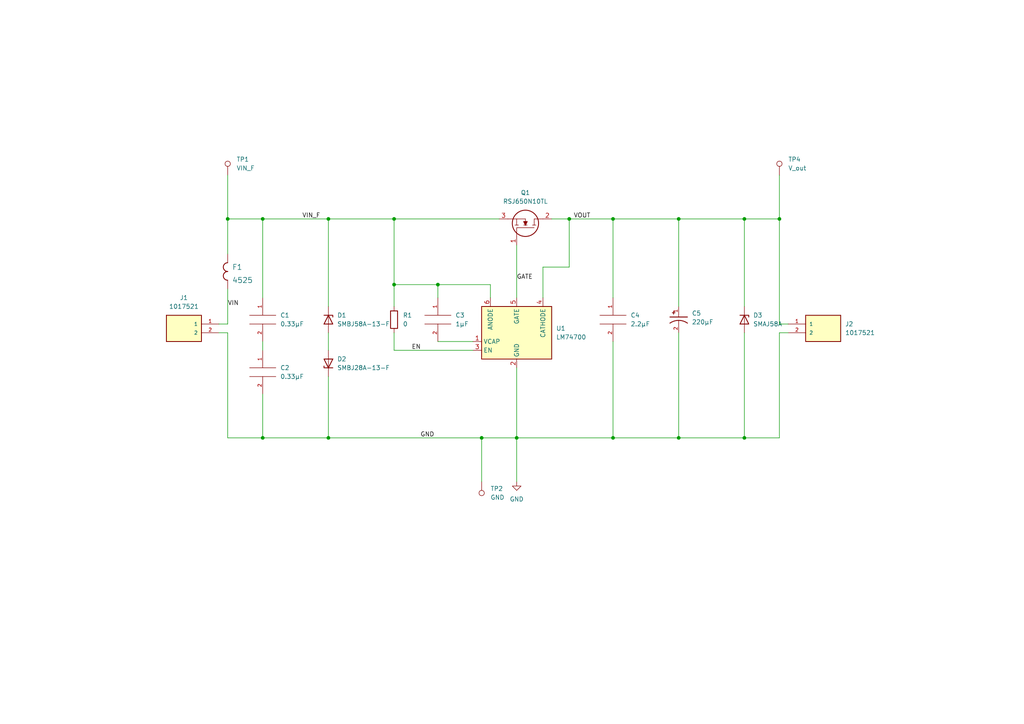
<source format=kicad_sch>
(kicad_sch (version 20211123) (generator eeschema)
  (paper "A4")
  (lib_symbols
    (symbol "1017521:1017521" (pin_names (offset 1.016))
      (property "Reference" "J" (at -5.08 3.81 0))
      (property "Value" "1017521" (at -5.08 -7.62 0))
      (symbol "1017521_0_0"
        (rectangle (start -5.08 -5.08) (end 5.08 2.54) (stroke (width 0.254)) (fill (type background)))
        (pin passive line (at -10.16 0 0) (length 5.08) (name "1") (number "1"))
        (pin passive line (at -10.16 -2.54 0) (length 5.08) (name "2") (number "2"))
      )
    )
    (symbol "4525:4525" (pin_numbers hide) (pin_names hide)
      (property "Reference" "F" (at 5.08 3.175 0))
      (property "Value" "4525" (at 5.08 -6.35 0))
      (symbol "4525_1_1"
        (arc (start 2.54 0) (mid 3.81 -1.27) (end 5.08 0) (stroke (width 0.254)))
        (arc (start 5.08 0) (mid 6.35 -1.27) (end 7.62 0) (stroke (width 0.254)))
        (pin unspecified line (at 0 0 0) (length 2.54) (name "1") (number "1"))
        (pin unspecified line (at 10.16 0 180) (length 2.54) (name "2") (number "2"))
      )
    )
    (symbol "Connector:TestPoint" (pin_numbers hide) (pin_names (offset 0.762) hide)
      (property "Reference" "TP" (at 0 6.858 0))
      (property "Value" "TestPoint" (at 0 5.08 0))
      (symbol "TestPoint_0_1"
        (circle (center 0 3.302) (radius 0.762))
      )
      (symbol "TestPoint_1_1"
        (pin passive line (at 0 0 90) (length 2.54) (name "1") (number "1"))
      )
    )
    (symbol "Device:D_Zener" (pin_numbers hide) (pin_names (offset 1.016) hide)
      (property "Reference" "D" (at 0 2.54 0))
      (property "Value" "D_Zener" (at 0 -2.54 0))
      (symbol "D_Zener_0_1"
        (polyline (pts (xy 1.27 0) (xy -1.27 0)))
        (polyline (pts (xy -1.27 -1.27) (xy -1.27 1.27) (xy -0.762 1.27)) (stroke (width 0.254)))
        (polyline (pts (xy 1.27 -1.27) (xy 1.27 1.27) (xy -1.27 0) (xy 1.27 -1.27)) (stroke (width 0.254)))
      )
      (symbol "D_Zener_1_1"
        (pin passive line (at -3.81 0 0) (length 2.54) (name "K") (number "1"))
        (pin passive line (at 3.81 0 180) (length 2.54) (name "A") (number "2"))
      )
    )
    (symbol "Device:R" (pin_numbers hide) (pin_names (offset 0))
      (property "Reference" "R" (at 2.032 0 90))
      (property "Value" "R" (at 0 0 90))
      (symbol "R_0_1"
        (rectangle (start -1.016 -2.54) (end 1.016 2.54) (stroke (width 0.254)))
      )
      (symbol "R_1_1"
        (pin passive line (at 0 3.81 270) (length 1.27) (name "~") (number "1"))
        (pin passive line (at 0 -3.81 90) (length 1.27) (name "~") (number "2"))
      )
    )
    (symbol "EEV-FK2A221M:EEVFK2A221M" (pin_names (offset 1.016))
      (property "Reference" "C" (at -2.54 3.81 0))
      (property "Value" "EEVFK2A221M" (at -2.54 -5.08 0))
      (symbol "EEVFK2A221M_0_0"
        (rectangle (start -1.173 -1.532) (end -0.284 -1.405) (stroke (width 0.1)) (fill (type outline)))
        (rectangle (start -0.792 -1.913) (end -0.665 -1.024) (stroke (width 0.1)) (fill (type outline)))
        (polyline (pts (xy 0 0) (xy 0.508 0)) (stroke (width 0.1524)))
        (polyline (pts (xy 0.508 0) (xy 0.508 -2.54)) (stroke (width 0.254)))
        (polyline (pts (xy 0.508 2.54) (xy 0.508 0)) (stroke (width 0.254)))
        (polyline (pts (xy 2.54 0) (xy 1.524 0)) (stroke (width 0.1524)))
        (arc (start 2.286 2.54) (mid 1.4851 0) (end 2.286 -2.54) (stroke (width 0.254)))
        (pin passive line (at -2.54 0 0) (length 2.54) (name "~") (number "1"))
        (pin passive line (at 5.08 0 180) (length 2.54) (name "~") (number "2"))
      )
    )
    (symbol "Power_Management:LM74700"
      (property "Reference" "U" (at -9.525 -8.89 0))
      (property "Value" "LM74700" (at 7.62 -8.89 0))
      (symbol "LM74700_0_1"
        (rectangle (start -10.16 7.62) (end 10.16 -7.62) (stroke (width 0.254)) (fill (type background)))
      )
      (symbol "LM74700_1_1"
        (pin passive line (at -12.7 -2.54 0) (length 2.54) (name "VCAP") (number "1"))
        (pin power_in line (at 0 -10.16 90) (length 2.54) (name "GND") (number "2"))
        (pin input line (at -12.7 -5.08 0) (length 2.54) (name "EN") (number "3"))
        (pin input line (at 7.62 10.16 270) (length 2.54) (name "CATHODE") (number "4"))
        (pin output line (at 0 10.16 270) (length 2.54) (name "GATE") (number "5"))
        (pin power_in line (at -7.62 10.16 270) (length 2.54) (name "ANODE") (number "6"))
      )
    )
    (symbol "RSJ650N10TL:RSJ650N10TL" (pin_names (offset 0.762))
      (property "Reference" "Q" (at 11.43 3.81 0))
      (property "Value" "RSJ650N10TL" (at 11.43 1.27 0))
      (symbol "RSJ650N10TL_0_0"
        (pin passive line (at 0 0 0) (length 2.54) (name "~") (number "1"))
        (pin passive line (at 7.62 10.16 270) (length 2.54) (name "~") (number "2"))
        (pin passive line (at 7.62 -5.08 90) (length 2.54) (name "~") (number "3"))
      )
      (symbol "RSJ650N10TL_0_1"
        (polyline (pts (xy 5.842 -0.508) (xy 5.842 0.508)) (stroke (width 0.1524)))
        (polyline (pts (xy 5.842 0) (xy 7.62 0)) (stroke (width 0.1524)))
        (polyline (pts (xy 5.842 2.032) (xy 5.842 3.048)) (stroke (width 0.1524)))
        (polyline (pts (xy 5.842 5.588) (xy 5.842 4.572)) (stroke (width 0.1524)))
        (polyline (pts (xy 7.62 2.54) (xy 5.842 2.54)) (stroke (width 0.1524)))
        (polyline (pts (xy 7.62 2.54) (xy 7.62 -2.54)) (stroke (width 0.1524)))
        (polyline (pts (xy 7.62 5.08) (xy 5.842 5.08)) (stroke (width 0.1524)))
        (polyline (pts (xy 7.62 5.08) (xy 7.62 7.62)) (stroke (width 0.1524)))
        (polyline (pts (xy 2.54 0) (xy 5.08 0) (xy 5.08 5.08)) (stroke (width 0.1524)))
        (polyline (pts (xy 5.842 2.54) (xy 6.858 3.048) (xy 6.858 2.032) (xy 5.842 2.54)) (stroke (width 0.254)) (fill (type outline)))
        (circle (center 6.35 2.54) (radius 3.81) (stroke (width 0.254)))
      )
    )
    (symbol "power:GND" (power) (pin_names (offset 0))
      (property "Value" "GND" (at 0 -3.81 0))
      (symbol "GND_0_1"
        (polyline (pts (xy 0 0) (xy 0 -1.27) (xy 1.27 -1.27) (xy 0 -2.54) (xy -1.27 -1.27) (xy 0 -1.27)))
      )
      (symbol "GND_1_1"
        (pin power_in line (at 0 0 270) (length 0) hide (name "GND") (number "1"))
      )
    )
    (symbol "pspice:C" (pin_names (offset 0.254))
      (property "Reference" "C" (at 2.54 3.81 90))
      (property "Value" "C" (at 2.54 -3.81 90))
      (symbol "C_0_1"
        (polyline (pts (xy -3.81 -1.27) (xy 3.81 -1.27)))
        (polyline (pts (xy -3.81 1.27) (xy 3.81 1.27)))
      )
      (symbol "C_1_1"
        (pin passive line (at 0 6.35 270) (length 5.08) (name "~") (number "1"))
        (pin passive line (at 0 -6.35 90) (length 5.08) (name "~") (number "2"))
      )
    )
  )
  (junction (at 76.2 63.5))
  (junction (at 149.86 127))
  (junction (at 196.85 63.5))
  (junction (at 165.1 63.5))
  (junction (at 139.7 127))
  (junction (at 95.25 63.5))
  (junction (at 66.04 63.5))
  (junction (at 177.8 127))
  (junction (at 177.8 63.5))
  (junction (at 127 82.55))
  (junction (at 215.9 63.5))
  (junction (at 95.25 127))
  (junction (at 215.9 127))
  (junction (at 114.3 82.55))
  (junction (at 114.3 63.5))
  (junction (at 196.85 127))
  (junction (at 76.2 127))
  (junction (at 226.06 63.5))
  (wire (pts (xy 95.25 63.5) (xy 95.25 88.9)))
  (wire (pts (xy 165.1 63.5) (xy 177.8 63.5)))
  (wire (pts (xy 196.85 63.5) (xy 196.85 88.9)))
  (wire (pts (xy 66.04 63.5) (xy 76.2 63.5)))
  (wire (pts (xy 196.85 127) (xy 177.8 127)))
  (wire (pts (xy 76.2 127) (xy 95.25 127)))
  (wire (pts (xy 215.9 96.52) (xy 215.9 127)))
  (wire (pts (xy 177.8 99.06) (xy 177.8 127)))
  (wire (pts (xy 76.2 63.5) (xy 76.2 86.36)))
  (wire (pts (xy 76.2 63.5) (xy 95.25 63.5)))
  (wire (pts (xy 142.24 82.55) (xy 142.24 86.36)))
  (wire (pts (xy 66.04 127) (xy 76.2 127)))
  (wire (pts (xy 177.8 63.5) (xy 177.8 86.36)))
  (wire (pts (xy 226.06 96.52) (xy 226.06 127)))
  (wire (pts (xy 114.3 82.55) (xy 114.3 88.9)))
  (wire (pts (xy 149.86 71.12) (xy 149.86 86.36)))
  (wire (pts (xy 95.25 63.5) (xy 114.3 63.5)))
  (wire (pts (xy 177.8 127) (xy 149.86 127)))
  (wire (pts (xy 160.02 63.5) (xy 165.1 63.5)))
  (wire (pts (xy 149.86 127) (xy 149.86 139.7)))
  (wire (pts (xy 127 86.36) (xy 127 82.55)))
  (wire (pts (xy 76.2 114.3) (xy 76.2 127)))
  (wire (pts (xy 226.06 93.98) (xy 228.6 93.98)))
  (wire (pts (xy 157.48 77.47) (xy 165.1 77.47)))
  (wire (pts (xy 63.5 93.98) (xy 66.04 93.98)))
  (wire (pts (xy 127 82.55) (xy 142.24 82.55)))
  (wire (pts (xy 127 82.55) (xy 114.3 82.55)))
  (wire (pts (xy 114.3 96.52) (xy 114.3 101.6)))
  (wire (pts (xy 226.06 127) (xy 215.9 127)))
  (wire (pts (xy 63.5 96.52) (xy 66.04 96.52)))
  (wire (pts (xy 127 99.06) (xy 137.16 99.06)))
  (wire (pts (xy 76.2 99.06) (xy 76.2 101.6)))
  (wire (pts (xy 114.3 63.5) (xy 114.3 82.55)))
  (wire (pts (xy 66.04 96.52) (xy 66.04 127)))
  (wire (pts (xy 196.85 96.52) (xy 196.85 127)))
  (wire (pts (xy 226.06 63.5) (xy 226.06 93.98)))
  (wire (pts (xy 215.9 127) (xy 196.85 127)))
  (wire (pts (xy 157.48 86.36) (xy 157.48 77.47)))
  (wire (pts (xy 165.1 77.47) (xy 165.1 63.5)))
  (wire (pts (xy 95.25 96.52) (xy 95.25 101.6)))
  (wire (pts (xy 139.7 127) (xy 139.7 139.7)))
  (wire (pts (xy 228.6 96.52) (xy 226.06 96.52)))
  (wire (pts (xy 196.85 63.5) (xy 215.9 63.5)))
  (wire (pts (xy 149.86 106.68) (xy 149.86 127)))
  (wire (pts (xy 114.3 63.5) (xy 144.78 63.5)))
  (wire (pts (xy 215.9 63.5) (xy 215.9 88.9)))
  (wire (pts (xy 114.3 101.6) (xy 137.16 101.6)))
  (wire (pts (xy 66.04 63.5) (xy 66.04 73.66)))
  (wire (pts (xy 66.04 83.82) (xy 66.04 93.98)))
  (wire (pts (xy 95.25 109.22) (xy 95.25 127)))
  (wire (pts (xy 66.04 50.8) (xy 66.04 63.5)))
  (wire (pts (xy 226.06 50.8) (xy 226.06 63.5)))
  (wire (pts (xy 95.25 127) (xy 139.7 127)))
  (wire (pts (xy 215.9 63.5) (xy 226.06 63.5)))
  (wire (pts (xy 177.8 63.5) (xy 196.85 63.5)))
  (wire (pts (xy 139.7 127) (xy 149.86 127)))
  (label "EN" (at 119.38 101.6 0))
  (label "GATE" (at 149.86 81.28 0))
  (label "VOUT" (at 166.37 63.5 0))
  (label "VIN" (at 66.04 88.9 0))
  (label "GND" (at 121.92 127 0))
  (label "VIN_F" (at 87.63 63.5 0))
  (symbol (lib_id "Connector:TestPoint") (at 139.7 139.7 180) (unit 1)
    (property "Reference" "TP2" (at 142.24 141.7319 0) (effects (justify right)))
    (property "Value" "GND" (at 142.24 144.2719 0) (effects (justify right)))
    (property "Footprint" "TestPoint:TestPoint_Pad_D3.0mm" (effects hide))
  )
  (symbol (lib_id "4525:4525") (at 66.04 73.66 270) (unit 1)
    (property "Reference" "F1" (at 67.31 77.47 90) (effects (font (size 1.524 1.524)) (justify left)))
    (property "Value" "4525" (at 67.31 81.28 90) (effects (font (size 1.524 1.524)) (justify left)))
    (property "Footprint" "IdealDiode:4525" (effects hide))
  )
  (symbol (lib_id "Connector:TestPoint") (at 66.04 50.8 0) (unit 1)
    (property "Reference" "TP1" (at 68.58 46.2279 0) (effects (justify left)))
    (property "Value" "VIN_F" (at 68.58 48.7679 0) (effects (justify left)))
    (property "Footprint" "TestPoint:TestPoint_Pad_D3.0mm" (effects hide))
  )
  (symbol (lib_id "Device:D_Zener") (at 95.25 92.71 270) (unit 1)
    (property "Reference" "D1" (at 97.79 91.4399 90) (effects (justify left)))
    (property "Value" "SMBJ58A-13-F" (at 97.79 93.9799 90) (effects (justify left)))
    (property "Footprint" "Diode_SMD:D_SMB_Handsoldering" (effects hide))
  )
  (symbol (lib_id "pspice:C") (at 177.8 92.71 0) (unit 1)
    (property "Reference" "C4" (at 182.88 91.4399 0) (effects (justify left)))
    (property "Value" "2.2µF" (at 182.88 93.9799 0) (effects (justify left)))
    (property "Footprint" "Capacitor_SMD:C_1210_3225Metric_Pad1.33x2.70mm_HandSolder" (effects hide))
  )
  (symbol (lib_id "pspice:C") (at 76.2 107.95 0) (unit 1)
    (property "Reference" "C2" (at 81.28 106.6799 0) (effects (justify left)))
    (property "Value" "0.33µF" (at 81.28 109.2199 0) (effects (justify left)))
    (property "Footprint" "Capacitor_SMD:C_1206_3216Metric_Pad1.33x1.80mm_HandSolder" (effects hide))
  )
  (symbol (lib_id "Device:R") (at 114.3 92.71 0) (unit 1)
    (property "Reference" "R1" (at 116.84 91.4399 0) (effects (justify left)))
    (property "Value" "0" (at 116.84 93.9799 0) (effects (justify left)))
    (property "Footprint" "Resistor_SMD:R_0603_1608Metric_Pad0.98x0.95mm_HandSolder" (effects hide))
  )
  (symbol (lib_id "pspice:C") (at 76.2 92.71 0) (unit 1)
    (property "Reference" "C1" (at 81.28 91.4399 0) (effects (justify left)))
    (property "Value" "0.33µF" (at 81.28 93.9799 0) (effects (justify left)))
    (property "Footprint" "Capacitor_SMD:C_1206_3216Metric_Pad1.33x1.80mm_HandSolder" (effects hide))
  )
  (symbol (lib_id "1017521:1017521") (at 53.34 93.98 0) (mirror y) (unit 1)
    (property "Reference" "J1" (at 53.34 86.36 0))
    (property "Value" "1017521" (at 53.34 88.9 0))
    (property "Footprint" "IdealDiode:PHOENIX_1017521" (effects hide))
    (property "MANUFACTURER" "Phoenix Contact" (effects hide))
    (property "MAXIMUM_PACKAGE_HEIGHT" "23.6mm" (effects hide))
    (property "PARTREV" "01" (effects hide))
    (property "SNAPEDA_PN" "1017521" (effects hide))
    (property "STANDARD" "Manufacturer Recommendations" (effects hide))
  )
  (symbol (lib_id "Device:D_Zener") (at 215.9 92.71 270) (unit 1)
    (property "Reference" "D3" (at 218.44 91.4399 90) (effects (justify left)))
    (property "Value" "SMAJ58A" (at 218.44 93.9799 90) (effects (justify left)))
    (property "Footprint" "Diode_SMD:D_SMA_Handsoldering" (effects hide))
  )
  (symbol (lib_id "RSJ650N10TL:RSJ650N10TL") (at 149.86 71.12 270) (mirror x) (unit 1)
    (property "Reference" "Q1" (at 152.4 55.88 90))
    (property "Value" "RSJ650N10TL" (at 152.4 58.42 90))
    (property "Footprint" "R6024KNJTL" (effects hide))
    (property "Datasheet" "https://fscdn.rohm.com/en/products/databook/datasheet/discrete/transistor/mosfet/rsj650n10-e.pdf" (effects hide))
    (property "Description" "Nch 100V 65A Power MOSFET" (effects hide))
    (property "Height" "4.7" (effects hide))
    (property "Manufacturer_Name" "ROHM Semiconductor" (effects hide))
    (property "Manufacturer_Part_Number" "RSJ650N10TL" (effects hide))
  )
  (symbol (lib_id "1017521:1017521") (at 238.76 93.98 0) (unit 1)
    (property "Reference" "J2" (at 245.11 93.9799 0) (effects (justify left)))
    (property "Value" "1017521" (at 245.11 96.5199 0) (effects (justify left)))
    (property "Footprint" "IdealDiode:PHOENIX_1017521" (effects hide))
    (property "MANUFACTURER" "Phoenix Contact" (effects hide))
    (property "MAXIMUM_PACKAGE_HEIGHT" "23.6mm" (effects hide))
    (property "PARTREV" "01" (effects hide))
    (property "SNAPEDA_PN" "1017521" (effects hide))
    (property "STANDARD" "Manufacturer Recommendations" (effects hide))
  )
  (symbol (lib_id "pspice:C") (at 127 92.71 0) (unit 1)
    (property "Reference" "C3" (at 132.08 91.4399 0) (effects (justify left)))
    (property "Value" "1µF" (at 132.08 93.9799 0) (effects (justify left)))
    (property "Footprint" "Capacitor_SMD:C_0603_1608Metric_Pad1.08x0.95mm_HandSolder" (effects hide))
  )
  (symbol (lib_id "Connector:TestPoint") (at 226.06 50.8 0) (unit 1)
    (property "Reference" "TP4" (at 228.6 46.2279 0) (effects (justify left)))
    (property "Value" "V_out" (at 228.6 48.7679 0) (effects (justify left)))
    (property "Footprint" "TestPoint:TestPoint_Pad_D3.0mm" (effects hide))
  )
  (symbol (lib_id "Power_Management:LM74700") (at 149.86 96.52 0) (unit 1)
    (property "Reference" "U1" (at 161.29 95.2499 0) (effects (justify left)))
    (property "Value" "LM74700" (at 161.29 97.7899 0) (effects (justify left)))
    (property "Footprint" "Package_TO_SOT_SMD:SOT-23-6" (effects hide))
    (property "Datasheet" "http://www.ti.com/lit/gpn/LM74700-Q1" (effects hide))
  )
  (symbol (lib_id "EEV-FK2A221M:EEVFK2A221M") (at 196.85 91.44 270) (unit 1)
    (property "Reference" "C5" (at 200.66 90.8665 90) (effects (justify left)))
    (property "Value" "220µF" (at 200.66 93.4065 90) (effects (justify left)))
    (property "Footprint" "IdealDiode:CAP_EEVFK2A221M" (effects hide))
    (property "STANDARD" "Manufacturer Recommendations" (effects hide))
    (property "PARTREV" "10-Oct-19" (effects hide))
    (property "MANUFACTURER" "Panasonic" (effects hide))
    (property "MAXIMUM_PACKAGE_HEIGHT" "16.5mm" (effects hide))
  )
  (symbol (lib_id "Device:D_Zener") (at 95.25 105.41 90) (unit 1)
    (property "Reference" "D2" (at 97.79 104.1399 90) (effects (justify right)))
    (property "Value" "SMBJ28A-13-F" (at 97.79 106.6799 90) (effects (justify right)))
    (property "Footprint" "Diode_SMD:D_SMB_Handsoldering" (effects hide))
  )
  (symbol (lib_id "power:GND") (at 149.86 139.7 0) (unit 1)
    (property "Reference" "#PWR01" (effects hide))
    (property "Value" "GND" (at 149.86 144.78 0))
  )
)
</source>
